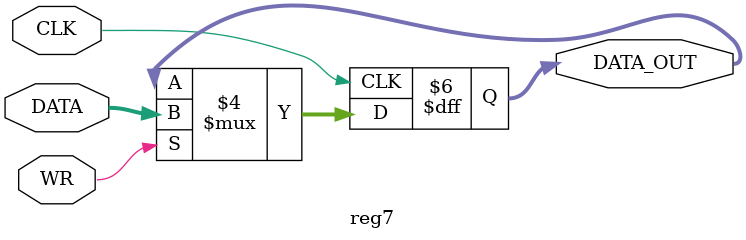
<source format=v>
module reg7(CLK, WR, DATA, DATA_OUT);

input wire CLK;
input wire [6:0] DATA;
input wire WR;
output reg [6:0] DATA_OUT;

initial begin
	DATA_OUT <= 7'd0;
end

always @ (posedge CLK) begin
	if (WR==1) begin
		DATA_OUT <= DATA;
	end
end

endmodule
</source>
